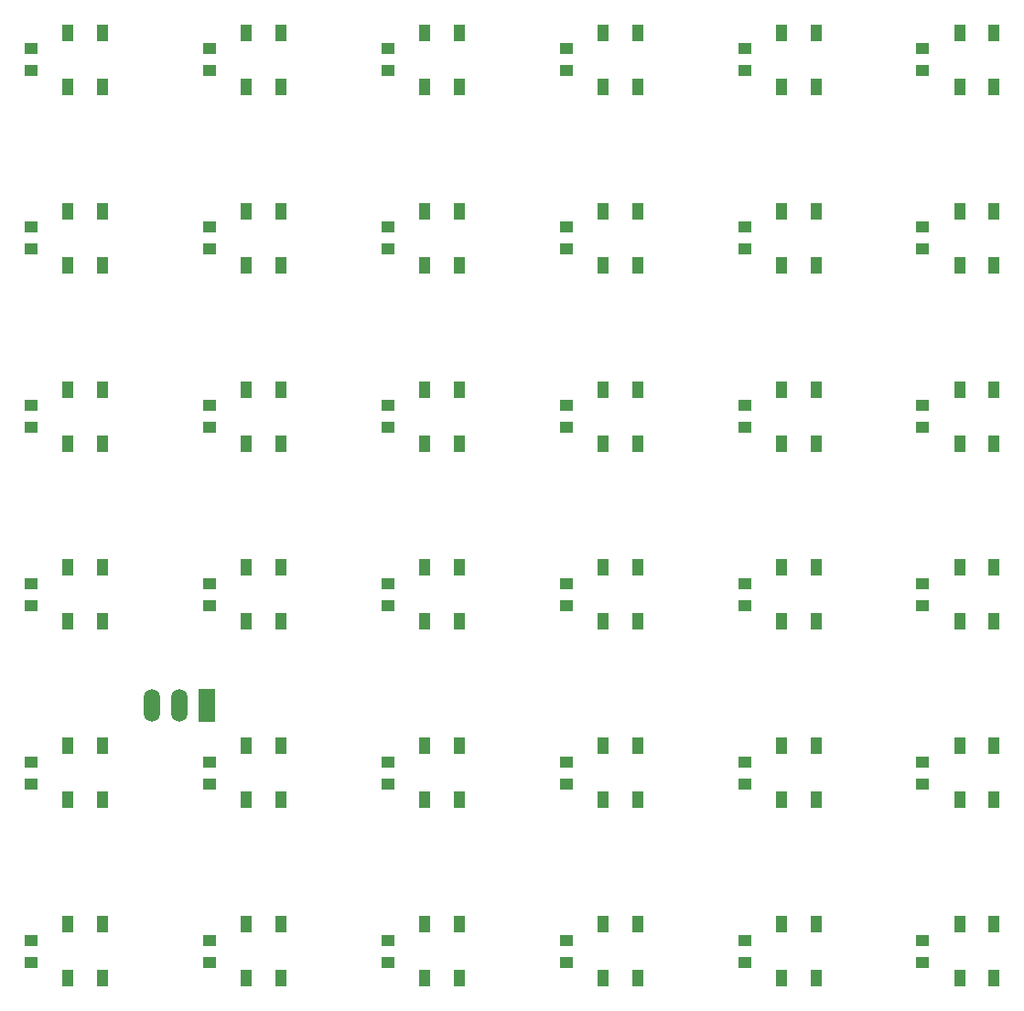
<source format=gbr>
G04 #@! TF.FileFunction,Paste,Top*
%FSLAX46Y46*%
G04 Gerber Fmt 4.6, Leading zero omitted, Abs format (unit mm)*
G04 Created by KiCad (PCBNEW 4.0.5) date *
%MOMM*%
%LPD*%
G01*
G04 APERTURE LIST*
%ADD10C,0.100000*%
%ADD11R,1.506220X3.014980*%
%ADD12O,1.506220X3.014980*%
%ADD13R,1.250000X1.000000*%
%ADD14R,1.000000X1.600000*%
G04 APERTURE END LIST*
D10*
D11*
X131540000Y-119000000D03*
D12*
X129000000Y-119000000D03*
X126460000Y-119000000D03*
D13*
X115250000Y-58250000D03*
X115250000Y-60250000D03*
X115250000Y-74750000D03*
X115250000Y-76750000D03*
X115250000Y-91250000D03*
X115250000Y-93250000D03*
X115250000Y-107750000D03*
X115250000Y-109750000D03*
X115250000Y-124250000D03*
X115250000Y-126250000D03*
X115250000Y-140750000D03*
X115250000Y-142750000D03*
X131750000Y-58250000D03*
X131750000Y-60250000D03*
X131750000Y-74750000D03*
X131750000Y-76750000D03*
X131750000Y-91250000D03*
X131750000Y-93250000D03*
X131750000Y-107750000D03*
X131750000Y-109750000D03*
X131750000Y-124250000D03*
X131750000Y-126250000D03*
X131750000Y-140750000D03*
X131750000Y-142750000D03*
X148250000Y-58250000D03*
X148250000Y-60250000D03*
X148250000Y-74750000D03*
X148250000Y-76750000D03*
X148250000Y-91250000D03*
X148250000Y-93250000D03*
X148250000Y-107750000D03*
X148250000Y-109750000D03*
X148250000Y-124250000D03*
X148250000Y-126250000D03*
X148250000Y-140750000D03*
X148250000Y-142750000D03*
X164750000Y-58250000D03*
X164750000Y-60250000D03*
X164750000Y-74750000D03*
X164750000Y-76750000D03*
X164750000Y-91250000D03*
X164750000Y-93250000D03*
X164750000Y-107750000D03*
X164750000Y-109750000D03*
X164750000Y-124250000D03*
X164750000Y-126250000D03*
X164750000Y-140750000D03*
X164750000Y-142750000D03*
X181250000Y-58250000D03*
X181250000Y-60250000D03*
X181250000Y-74750000D03*
X181250000Y-76750000D03*
X181250000Y-91250000D03*
X181250000Y-93250000D03*
X181250000Y-107750000D03*
X181250000Y-109750000D03*
X181250000Y-124250000D03*
X181250000Y-126250000D03*
X181250000Y-140750000D03*
X181250000Y-142750000D03*
X197750000Y-58250000D03*
X197750000Y-60250000D03*
X197750000Y-74750000D03*
X197750000Y-76750000D03*
X197750000Y-91250000D03*
X197750000Y-93250000D03*
X197750000Y-107750000D03*
X197750000Y-109750000D03*
X197750000Y-124250000D03*
X197750000Y-126250000D03*
X197750000Y-140750000D03*
X197750000Y-142750000D03*
D14*
X121850000Y-56750000D03*
X118650000Y-56750000D03*
X121850000Y-61750000D03*
X118650000Y-61750000D03*
X121850000Y-73250000D03*
X118650000Y-73250000D03*
X121850000Y-78250000D03*
X118650000Y-78250000D03*
X121850000Y-89750000D03*
X118650000Y-89750000D03*
X121850000Y-94750000D03*
X118650000Y-94750000D03*
X121850000Y-106250000D03*
X118650000Y-106250000D03*
X121850000Y-111250000D03*
X118650000Y-111250000D03*
X121850000Y-122750000D03*
X118650000Y-122750000D03*
X121850000Y-127750000D03*
X118650000Y-127750000D03*
X121850000Y-139250000D03*
X118650000Y-139250000D03*
X121850000Y-144250000D03*
X118650000Y-144250000D03*
X138350000Y-56750000D03*
X135150000Y-56750000D03*
X138350000Y-61750000D03*
X135150000Y-61750000D03*
X138350000Y-73250000D03*
X135150000Y-73250000D03*
X138350000Y-78250000D03*
X135150000Y-78250000D03*
X138350000Y-89750000D03*
X135150000Y-89750000D03*
X138350000Y-94750000D03*
X135150000Y-94750000D03*
X138350000Y-106250000D03*
X135150000Y-106250000D03*
X138350000Y-111250000D03*
X135150000Y-111250000D03*
X138350000Y-122750000D03*
X135150000Y-122750000D03*
X138350000Y-127750000D03*
X135150000Y-127750000D03*
X138350000Y-139250000D03*
X135150000Y-139250000D03*
X138350000Y-144250000D03*
X135150000Y-144250000D03*
X154850000Y-56750000D03*
X151650000Y-56750000D03*
X154850000Y-61750000D03*
X151650000Y-61750000D03*
X154850000Y-73250000D03*
X151650000Y-73250000D03*
X154850000Y-78250000D03*
X151650000Y-78250000D03*
X154850000Y-89750000D03*
X151650000Y-89750000D03*
X154850000Y-94750000D03*
X151650000Y-94750000D03*
X154850000Y-106250000D03*
X151650000Y-106250000D03*
X154850000Y-111250000D03*
X151650000Y-111250000D03*
X154850000Y-122750000D03*
X151650000Y-122750000D03*
X154850000Y-127750000D03*
X151650000Y-127750000D03*
X154850000Y-139250000D03*
X151650000Y-139250000D03*
X154850000Y-144250000D03*
X151650000Y-144250000D03*
X171350000Y-56750000D03*
X168150000Y-56750000D03*
X171350000Y-61750000D03*
X168150000Y-61750000D03*
X171350000Y-73250000D03*
X168150000Y-73250000D03*
X171350000Y-78250000D03*
X168150000Y-78250000D03*
X171350000Y-89750000D03*
X168150000Y-89750000D03*
X171350000Y-94750000D03*
X168150000Y-94750000D03*
X171350000Y-106250000D03*
X168150000Y-106250000D03*
X171350000Y-111250000D03*
X168150000Y-111250000D03*
X171350000Y-122750000D03*
X168150000Y-122750000D03*
X171350000Y-127750000D03*
X168150000Y-127750000D03*
X171350000Y-139250000D03*
X168150000Y-139250000D03*
X171350000Y-144250000D03*
X168150000Y-144250000D03*
X187850000Y-56750000D03*
X184650000Y-56750000D03*
X187850000Y-61750000D03*
X184650000Y-61750000D03*
X187850000Y-73250000D03*
X184650000Y-73250000D03*
X187850000Y-78250000D03*
X184650000Y-78250000D03*
X187850000Y-89750000D03*
X184650000Y-89750000D03*
X187850000Y-94750000D03*
X184650000Y-94750000D03*
X187850000Y-106250000D03*
X184650000Y-106250000D03*
X187850000Y-111250000D03*
X184650000Y-111250000D03*
X187850000Y-122750000D03*
X184650000Y-122750000D03*
X187850000Y-127750000D03*
X184650000Y-127750000D03*
X187850000Y-139250000D03*
X184650000Y-139250000D03*
X187850000Y-144250000D03*
X184650000Y-144250000D03*
X204350000Y-56750000D03*
X201150000Y-56750000D03*
X204350000Y-61750000D03*
X201150000Y-61750000D03*
X204350000Y-73250000D03*
X201150000Y-73250000D03*
X204350000Y-78250000D03*
X201150000Y-78250000D03*
X204350000Y-89750000D03*
X201150000Y-89750000D03*
X204350000Y-94750000D03*
X201150000Y-94750000D03*
X204350000Y-106250000D03*
X201150000Y-106250000D03*
X204350000Y-111250000D03*
X201150000Y-111250000D03*
X204350000Y-122750000D03*
X201150000Y-122750000D03*
X204350000Y-127750000D03*
X201150000Y-127750000D03*
X204350000Y-139250000D03*
X201150000Y-139250000D03*
X204350000Y-144250000D03*
X201150000Y-144250000D03*
M02*

</source>
